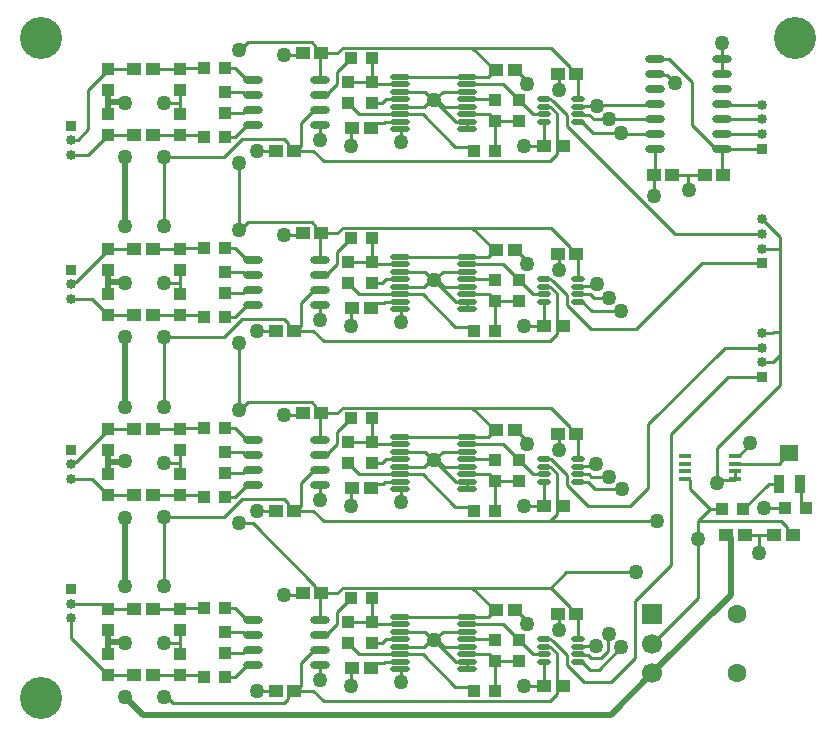
<source format=gbr>
%TF.GenerationSoftware,Altium Limited,Altium Designer,22.5.1 (42)*%
G04 Layer_Physical_Order=1*
G04 Layer_Color=255*
%FSLAX45Y45*%
%MOMM*%
%TF.SameCoordinates,176CDB2E-7B72-45DB-8ACB-ACD3A9543041*%
%TF.FilePolarity,Positive*%
%TF.FileFunction,Copper,L1,Top,Signal*%
%TF.Part,Single*%
G01*
G75*
%TA.AperFunction,SMDPad,CuDef*%
%ADD10O,1.65000X0.65000*%
%ADD11R,1.30000X1.10000*%
%ADD12R,1.04000X0.38000*%
%ADD13O,1.15000X0.50000*%
%ADD14O,1.65000X0.50000*%
%ADD15R,1.00000X1.05000*%
%ADD16R,1.05000X1.00000*%
%ADD17R,0.96520X1.60020*%
%ADD18R,1.49860X1.47320*%
%TA.AperFunction,Conductor*%
%ADD19C,0.25400*%
%ADD20C,0.50800*%
%TA.AperFunction,ComponentPad*%
%ADD21R,0.85000X0.85000*%
%ADD22C,0.85000*%
%ADD23R,1.70000X1.70000*%
%ADD24C,1.70000*%
%ADD25C,1.60000*%
%TA.AperFunction,ViaPad*%
%ADD26C,1.27000*%
%ADD27C,3.55600*%
D10*
X2678248Y590508D02*
D03*
Y717508D02*
D03*
Y844508D02*
D03*
Y971508D02*
D03*
X2113249Y590508D02*
D03*
Y717508D02*
D03*
Y844508D02*
D03*
Y971508D02*
D03*
X6082600Y4953000D02*
D03*
Y5080000D02*
D03*
Y5207000D02*
D03*
Y5334000D02*
D03*
Y5461000D02*
D03*
Y5588000D02*
D03*
Y5715000D02*
D03*
X5517600Y4953000D02*
D03*
Y5080000D02*
D03*
Y5207000D02*
D03*
Y5334000D02*
D03*
Y5461000D02*
D03*
Y5588000D02*
D03*
Y5715000D02*
D03*
X2678248Y3638508D02*
D03*
Y3765508D02*
D03*
Y3892508D02*
D03*
Y4019508D02*
D03*
X2113249Y3638508D02*
D03*
Y3765508D02*
D03*
Y3892508D02*
D03*
Y4019508D02*
D03*
Y5543508D02*
D03*
Y5416508D02*
D03*
Y5289508D02*
D03*
Y5162508D02*
D03*
X2678248Y5543508D02*
D03*
Y5416508D02*
D03*
Y5289508D02*
D03*
Y5162508D02*
D03*
Y2114508D02*
D03*
Y2241508D02*
D03*
Y2368508D02*
D03*
Y2495508D02*
D03*
X2113249Y2114508D02*
D03*
Y2241508D02*
D03*
Y2368508D02*
D03*
Y2495508D02*
D03*
D11*
X5504200Y4737100D02*
D03*
X5664200D02*
D03*
X6096000D02*
D03*
X5936000D02*
D03*
X6684000Y1689100D02*
D03*
X6524000D02*
D03*
X6117600D02*
D03*
X6277600D02*
D03*
X4170700Y4102100D02*
D03*
X4330700D02*
D03*
X3111500Y3606800D02*
D03*
X2951500D02*
D03*
X4851400Y4064000D02*
D03*
X4691400D02*
D03*
X4737100Y3454400D02*
D03*
X4577100D02*
D03*
X2692400Y4241800D02*
D03*
X2532400D02*
D03*
X2463800Y3416300D02*
D03*
X2303800D02*
D03*
X1269248Y3549608D02*
D03*
X1109248D02*
D03*
X1269248Y4108408D02*
D03*
X1109248D02*
D03*
X4170700Y1054100D02*
D03*
X4330700D02*
D03*
X3111500Y558800D02*
D03*
X2951500D02*
D03*
X4851400Y1016000D02*
D03*
X4691400D02*
D03*
X4737100Y406400D02*
D03*
X4577100D02*
D03*
X2692400Y1193800D02*
D03*
X2532400D02*
D03*
X2463800Y368300D02*
D03*
X2303800D02*
D03*
X1269248Y501608D02*
D03*
X1109248D02*
D03*
X1269248Y1060408D02*
D03*
X1109248D02*
D03*
X4170700Y5626100D02*
D03*
X4330700D02*
D03*
X3111500Y5130800D02*
D03*
X2951500D02*
D03*
X4851400Y5588000D02*
D03*
X4691400D02*
D03*
X4737100Y4978400D02*
D03*
X4577100D02*
D03*
X2692400Y5765800D02*
D03*
X2532400D02*
D03*
X2463800Y4940300D02*
D03*
X2303800D02*
D03*
X1269248Y5073608D02*
D03*
X1109248D02*
D03*
X1269248Y5632408D02*
D03*
X1109248D02*
D03*
Y2584408D02*
D03*
X1269248D02*
D03*
X1109248Y2025608D02*
D03*
X1269248D02*
D03*
X2303800Y1892300D02*
D03*
X2463800D02*
D03*
X2532400Y2717800D02*
D03*
X2692400D02*
D03*
X4577100Y1930400D02*
D03*
X4737100D02*
D03*
X4691400Y2540000D02*
D03*
X4851400D02*
D03*
X2951500Y2082800D02*
D03*
X3111500D02*
D03*
X4330700Y2578100D02*
D03*
X4170700D02*
D03*
D12*
X5769700Y2358100D02*
D03*
Y2293100D02*
D03*
Y2228100D02*
D03*
Y2163100D02*
D03*
X6193700Y2358100D02*
D03*
Y2293100D02*
D03*
Y2228100D02*
D03*
Y2163100D02*
D03*
D13*
X4573100Y3856700D02*
D03*
Y3791700D02*
D03*
Y3726700D02*
D03*
Y3661700D02*
D03*
X4868100Y3856700D02*
D03*
Y3791700D02*
D03*
Y3726700D02*
D03*
Y3661700D02*
D03*
X4573100Y808700D02*
D03*
Y743700D02*
D03*
Y678700D02*
D03*
Y613700D02*
D03*
X4868100Y808700D02*
D03*
Y743700D02*
D03*
Y678700D02*
D03*
Y613700D02*
D03*
X4573100Y5380700D02*
D03*
Y5315700D02*
D03*
Y5250700D02*
D03*
Y5185700D02*
D03*
X4868100Y5380700D02*
D03*
Y5315700D02*
D03*
Y5250700D02*
D03*
Y5185700D02*
D03*
Y2137700D02*
D03*
Y2202700D02*
D03*
Y2267700D02*
D03*
Y2332700D02*
D03*
X4573100Y2137700D02*
D03*
Y2202700D02*
D03*
Y2267700D02*
D03*
Y2332700D02*
D03*
D14*
X3358600Y4044950D02*
D03*
Y3981450D02*
D03*
Y3917950D02*
D03*
Y3854450D02*
D03*
Y3790950D02*
D03*
Y3727450D02*
D03*
Y3663950D02*
D03*
Y3600450D02*
D03*
X3923600Y4044950D02*
D03*
Y3981450D02*
D03*
Y3917950D02*
D03*
Y3854450D02*
D03*
Y3790950D02*
D03*
Y3727450D02*
D03*
Y3663950D02*
D03*
Y3600450D02*
D03*
X3358600Y996950D02*
D03*
Y933450D02*
D03*
Y869950D02*
D03*
Y806450D02*
D03*
Y742950D02*
D03*
Y679450D02*
D03*
Y615950D02*
D03*
Y552450D02*
D03*
X3923600Y996950D02*
D03*
Y933450D02*
D03*
Y869950D02*
D03*
Y806450D02*
D03*
Y742950D02*
D03*
Y679450D02*
D03*
Y615950D02*
D03*
Y552450D02*
D03*
X3358600Y5568950D02*
D03*
Y5505450D02*
D03*
Y5441950D02*
D03*
Y5378450D02*
D03*
Y5314950D02*
D03*
Y5251450D02*
D03*
Y5187950D02*
D03*
Y5124450D02*
D03*
X3923600Y5568950D02*
D03*
Y5505450D02*
D03*
Y5441950D02*
D03*
Y5378450D02*
D03*
Y5314950D02*
D03*
Y5251450D02*
D03*
Y5187950D02*
D03*
Y5124450D02*
D03*
Y2076450D02*
D03*
Y2139950D02*
D03*
Y2203450D02*
D03*
Y2266950D02*
D03*
Y2330450D02*
D03*
Y2393950D02*
D03*
Y2457450D02*
D03*
Y2520950D02*
D03*
X3358600Y2076450D02*
D03*
Y2139950D02*
D03*
Y2203450D02*
D03*
Y2266950D02*
D03*
Y2330450D02*
D03*
Y2393950D02*
D03*
Y2457450D02*
D03*
Y2520950D02*
D03*
D15*
X2917200Y3824100D02*
D03*
Y3999100D02*
D03*
X4161800Y3846700D02*
D03*
Y3671700D02*
D03*
X3120400Y3999100D02*
D03*
Y3824100D02*
D03*
X4365000Y3846700D02*
D03*
Y3671700D02*
D03*
X1875049Y3916508D02*
D03*
Y3741508D02*
D03*
X1494049Y3726008D02*
D03*
Y3551008D02*
D03*
X884449Y3726008D02*
D03*
Y3551008D02*
D03*
X1494049Y3932008D02*
D03*
Y4107008D02*
D03*
X884449Y3932008D02*
D03*
Y4107008D02*
D03*
X2917200Y776100D02*
D03*
Y951100D02*
D03*
X4161800Y798700D02*
D03*
Y623700D02*
D03*
X3120400Y951100D02*
D03*
Y776100D02*
D03*
X4365000Y798700D02*
D03*
Y623700D02*
D03*
X1875049Y868508D02*
D03*
Y693508D02*
D03*
X1494049Y678008D02*
D03*
Y503008D02*
D03*
X884449Y678008D02*
D03*
Y503008D02*
D03*
X1494049Y884008D02*
D03*
Y1059008D02*
D03*
X884449Y884008D02*
D03*
Y1059008D02*
D03*
X2917200Y5348100D02*
D03*
Y5523100D02*
D03*
X4161800Y5370700D02*
D03*
Y5195700D02*
D03*
X3120400Y5523100D02*
D03*
Y5348100D02*
D03*
X4365000Y5370700D02*
D03*
Y5195700D02*
D03*
X1875049Y5440508D02*
D03*
Y5265508D02*
D03*
X1494049Y5250008D02*
D03*
Y5075008D02*
D03*
X884449Y5250008D02*
D03*
Y5075008D02*
D03*
X1494049Y5456008D02*
D03*
Y5631008D02*
D03*
X884449Y5456008D02*
D03*
Y5631008D02*
D03*
Y2583008D02*
D03*
Y2408008D02*
D03*
X1494049Y2583008D02*
D03*
Y2408008D02*
D03*
X884449Y2027008D02*
D03*
Y2202008D02*
D03*
X1494049Y2027008D02*
D03*
Y2202008D02*
D03*
X1875049Y2217508D02*
D03*
Y2392508D02*
D03*
X4365000Y2147700D02*
D03*
Y2322700D02*
D03*
X3120400Y2300100D02*
D03*
Y2475100D02*
D03*
X4161800Y2147700D02*
D03*
Y2322700D02*
D03*
X2917200Y2475100D02*
D03*
Y2300100D02*
D03*
D16*
X4160400Y3416300D02*
D03*
X3985400D02*
D03*
X2944000Y4203700D02*
D03*
X3119000D02*
D03*
X1698649Y3536908D02*
D03*
X1873649D02*
D03*
X1698649Y4121108D02*
D03*
X1873649D02*
D03*
X3985400Y368300D02*
D03*
X4160400D02*
D03*
X6618100Y1917700D02*
D03*
X6793100D02*
D03*
X6259700Y1905000D02*
D03*
X6084700D02*
D03*
X3985400Y4940300D02*
D03*
X4160400D02*
D03*
X2944000Y1155700D02*
D03*
X3119000D02*
D03*
X1698649Y488908D02*
D03*
X1873649D02*
D03*
X1698649Y1073108D02*
D03*
X1873649D02*
D03*
X2944000Y5727700D02*
D03*
X3119000D02*
D03*
X1698649Y5060908D02*
D03*
X1873649D02*
D03*
X1698649Y5645108D02*
D03*
X1873649D02*
D03*
Y2597108D02*
D03*
X1698649D02*
D03*
X1873649Y2012908D02*
D03*
X1698649D02*
D03*
X3119000Y2679700D02*
D03*
X2944000D02*
D03*
X3985400Y1892300D02*
D03*
X4160400D02*
D03*
D17*
X6741795Y2122170D02*
D03*
X6567805D02*
D03*
D18*
X6654800Y2379980D02*
D03*
D19*
X4624782Y1804200D02*
X5536400D01*
X5537200Y1803400D01*
X5346700Y1130300D02*
X5651500Y1435100D01*
X5144744Y445744D02*
X5346700Y647700D01*
Y1130300D01*
X5492300Y766000D02*
X5880100Y1153800D01*
Y1803400D01*
X5651500Y1435100D02*
Y2540000D01*
X4914319Y445744D02*
X5144744D01*
X4968200Y546100D02*
X5041900D01*
X5232400Y736600D01*
X4637482Y1243800D02*
X4765282Y1371600D01*
X5359400D01*
X4772500Y587563D02*
X4914319Y445744D01*
X5118100Y844955D02*
X5127194Y854050D01*
X5058584Y647700D02*
X5118100Y707216D01*
Y844955D01*
X4974416Y647700D02*
X5058584D01*
X4870000Y676800D02*
X4945316D01*
X4868100Y678700D02*
X4870000Y676800D01*
X5013700Y746500D02*
X5016500Y749300D01*
X4945316Y676800D02*
X4974416Y647700D01*
X4911964Y746500D02*
X5013700D01*
X4900600Y613700D02*
X4968200Y546100D01*
X4772500Y587563D02*
Y672879D01*
X4862763Y808700D02*
X4868100Y814036D01*
X5689600Y5511800D02*
X5689600D01*
X5617758Y5583642D02*
X5689600Y5511800D01*
X5517600Y5588000D02*
X5521958Y5583642D01*
X5617758D01*
X577693Y5035393D02*
X628493D01*
X715026Y5121926D01*
Y5459086D01*
X571500Y5029200D02*
X577693Y5035393D01*
X571500Y818457D02*
X884449Y505508D01*
X571500Y818457D02*
Y981900D01*
X884449Y503008D02*
Y505508D01*
X839057Y1106900D02*
X884449Y1061508D01*
X571500Y1106900D02*
X839057D01*
X884449Y1059008D02*
Y1061508D01*
X715026Y5459086D02*
X884449Y5628508D01*
Y5631008D01*
Y5072509D02*
Y5075008D01*
X571500Y4904200D02*
X716140D01*
X884449Y5072509D01*
X5238750Y5086350D02*
X5511250D01*
X5232400Y5092700D02*
X5238750Y5086350D01*
X5511250D02*
X5517600Y5080000D01*
X5130800Y5207000D02*
X5517600D01*
X5511250Y5327650D02*
X5517600Y5334000D01*
X5035550Y5327650D02*
X5511250D01*
X5029200Y5321300D02*
X5035550Y5327650D01*
X3111500Y2082800D02*
X3149600Y2120900D01*
X3215143D01*
X3234193Y2139950D01*
X3358600D01*
X6753300Y1955000D02*
Y2110665D01*
X6741795Y2122170D02*
X6753300Y2110665D01*
X4772500Y3635563D02*
X4979063Y3429000D01*
X5357531D02*
X5916331Y3987800D01*
X4979063Y3429000D02*
X5357531D01*
X5461000Y2082800D02*
Y2628900D01*
X4953663Y1930400D02*
X5308600D01*
X5461000Y2082800D01*
X4772500Y2111563D02*
X4953663Y1930400D01*
X5461000Y2628900D02*
X6106700Y3274600D01*
X5651500Y2540000D02*
X6136100Y3024600D01*
X6426200D01*
X6106700Y3274600D02*
X6426200D01*
X5008678Y2078296D02*
X5239505D01*
X4980900Y3581400D02*
X5232400D01*
X6578600Y3403600D02*
Y4112800D01*
X4772500Y5154916D02*
X5689616Y4237800D01*
X6426200D01*
X4772500Y5154916D02*
Y5244879D01*
X5504200Y4737100D02*
X5511800Y4729500D01*
Y4559300D02*
Y4729500D01*
X5828933Y5156667D02*
Y5524267D01*
X5517600Y5715000D02*
X5638200D01*
X5828933Y5524267D01*
X6426200Y4362800D02*
X6578600Y4210400D01*
Y4112800D02*
Y4210400D01*
X6515100Y3149600D02*
X6578600Y3213100D01*
Y2957233D02*
Y3213100D01*
X6516166Y4112800D02*
X6578600D01*
X6516166Y4112800D02*
X6516166Y4112800D01*
X6426200Y4112800D02*
X6516166D01*
X6518166Y3403600D02*
X6578600D01*
X6514166Y3399600D02*
X6518166Y3403600D01*
X6426200Y3399600D02*
X6514166D01*
X6578600Y3213100D02*
Y3403600D01*
X6426200Y3149600D02*
X6515100D01*
X6083300Y5715700D02*
Y5854700D01*
X6425200Y5333000D02*
X6426200Y5332000D01*
X6082600Y5715000D02*
X6083300Y5715700D01*
X6082600Y5334000D02*
X6083600Y5333000D01*
X6082600Y5207000D02*
X6426200D01*
X6082600Y5588000D02*
Y5715000D01*
X6083600Y5333000D02*
X6425200D01*
X5828933Y5156667D02*
X6032600Y4953000D01*
X4900600Y5185700D02*
X4993600Y5092700D01*
X6082600Y5080000D02*
X6083600Y5081000D01*
X6032600Y4953000D02*
X6082600D01*
Y4750500D02*
Y4953000D01*
Y4750500D02*
X6096000Y4737100D01*
X5800100D02*
X5936000D01*
X6083600Y5081000D02*
X6425200D01*
X6082600Y4953000D02*
X6422200D01*
X6425200Y5081000D02*
X6426200Y5082000D01*
X6422200Y4953000D02*
X6426200Y4957000D01*
X5517600Y4750500D02*
Y4953000D01*
X5504200Y4737100D02*
X5517600Y4750500D01*
X5800100Y4613900D02*
Y4737100D01*
X5664200D02*
X5800100D01*
Y4613900D02*
X5803900Y4610100D01*
X6044081Y2132481D02*
X6068382Y2156782D01*
X5809000Y2077700D02*
Y2156800D01*
X5802700Y2163100D02*
X5809000Y2156800D01*
X5769700Y2163100D02*
X5802700D01*
X5981700Y1905000D02*
X6084700D01*
X5809000Y2077700D02*
X5981700Y1905000D01*
X5880100Y1803400D02*
X5981700Y1905000D01*
X6479370Y2122170D02*
X6567805D01*
X6790600Y1917700D02*
X6793100D01*
X6438900D02*
X6618100D01*
X6262200Y1905000D02*
X6479370Y2122170D01*
X6753300Y1955000D02*
X6790600Y1917700D01*
X6674000Y1689100D02*
X6684000D01*
X6400800D02*
X6524000D01*
X6277600D02*
X6400800D01*
X6631700Y1731400D02*
X6674000Y1689100D01*
X6631700Y1731400D02*
Y1755282D01*
X6583582Y1803400D02*
X6631700Y1755282D01*
X5880100Y1803400D02*
X6583582D01*
X6187400Y2156800D02*
X6193700Y2163100D01*
X6154381Y2156782D02*
X6154400Y2156800D01*
X6068382Y2156782D02*
X6154381D01*
X6193700Y2163100D02*
Y2228100D01*
X6154400Y2156800D02*
X6187400D01*
X6259700Y1905000D02*
X6262200D01*
X6400800Y1536700D02*
Y1689100D01*
X6044081Y2132481D02*
Y2422714D01*
X6653530Y2379980D02*
X6654800D01*
X6193700Y2358100D02*
X6226700D01*
X6566650Y2293100D02*
X6653530Y2379980D01*
X6226700Y2358100D02*
X6324600Y2456000D01*
X6193700Y2293100D02*
X6566650D01*
X6324600Y2456000D02*
Y2463800D01*
X4911964Y5318500D02*
X5026400D01*
X4999816Y5207000D02*
X5130800D01*
X4868100Y5315700D02*
X4909163D01*
X4958016Y5248800D02*
X4999816Y5207000D01*
X4870000Y5248800D02*
X4958016D01*
X4909163Y5315700D02*
X4911964Y5318500D01*
X4968816Y3726700D02*
X4999816Y3695700D01*
X4909163Y743700D02*
X4911964Y746500D01*
X4870000Y2269600D02*
X4997769D01*
X4978920Y2179896D02*
X5123589D01*
X4956116Y2202700D02*
X4978920Y2179896D01*
X4997769Y2269600D02*
X5015331Y2287162D01*
X4949274Y2137700D02*
X5008678Y2078296D01*
X4900600Y3661700D02*
X4980900Y3581400D01*
X4993600Y5092700D02*
X5232400D01*
X5012800Y3793600D02*
X5029200Y3810000D01*
X4870000Y3793600D02*
X5012800D01*
X4868100Y3791700D02*
X4870000Y3793600D01*
X4868100Y2267700D02*
X4870000Y2269600D01*
X4868100Y613700D02*
X4900600D01*
X4999816Y3695700D02*
X5130800D01*
X1358900Y3822700D02*
X1494049D01*
X1492649Y4108408D02*
X1494049Y4107008D01*
Y3822700D02*
Y3932008D01*
Y4107008D02*
X1508149Y4121108D01*
X1698649D01*
X1873649D02*
X1964249D01*
X1875049Y3916508D02*
X2028533D01*
X1993900Y4267200D02*
X2002184D01*
X1964249Y4121108D02*
X2065849Y4019508D01*
X2002184Y4267200D02*
X2069884Y4334900D01*
X2028533Y3916508D02*
X2052533Y3892508D01*
X2065849Y4019508D02*
X2113249D01*
X2052533Y3892508D02*
X2113249D01*
X2146300Y3416300D02*
X2303800D01*
X2376082Y3517900D02*
X2411500Y3482482D01*
X2453800Y3416300D02*
X2463800D01*
X2473800D02*
X2516100Y3458600D01*
X2411500D02*
Y3482482D01*
Y3458600D02*
X2453800Y3416300D01*
X2519700Y4229100D02*
X2532400Y4241800D01*
X2613182Y4334900D02*
X2640100Y4307982D01*
Y4284100D02*
Y4307982D01*
Y4284100D02*
X2682400Y4241800D01*
X2678248Y4019508D02*
Y4227648D01*
X2692400Y4241800D01*
X2682400D02*
X2692400D01*
X2678248Y3892508D02*
X2728248D01*
X2692400Y4241800D02*
X2825719D01*
X2822692Y3986952D02*
Y4084891D01*
X2825719Y4241800D02*
X2875719Y4291800D01*
X2941500Y4203700D02*
X2944000D01*
X2917200Y3999100D02*
X3117600D01*
X2822692Y4084891D02*
X2941500Y4203700D01*
X3117600Y3999100D02*
X3119000Y4000500D01*
Y4203700D01*
X3120400Y3999100D02*
X3138050Y3981450D01*
X3208744Y3824100D02*
X3238694Y3854050D01*
X3138050Y3981450D02*
X3358600D01*
X3238694Y3854050D02*
X3358200D01*
X3358600Y3854450D01*
X2017082Y3517900D02*
X2376082D01*
X2069884Y4334900D02*
X2613182D01*
X2374900Y4229100D02*
X2519700D01*
X2728248Y3892508D02*
X2822692Y3986952D01*
X4233150Y3981050D02*
X4365000Y3849200D01*
X3971000Y4291800D02*
X4637482D01*
X4330700Y4102100D02*
X4340700D01*
X4434756Y4008044D01*
X4772500Y3635563D02*
Y3720879D01*
X4434756Y3985877D02*
Y4008044D01*
X4691400Y4064000D02*
X4701893Y4053507D01*
Y3929540D02*
Y4053507D01*
X4631737Y3789800D02*
X4684800Y3736737D01*
X4652779Y3840600D02*
X4772500Y3720879D01*
X4862763Y3856700D02*
X4868100Y3862036D01*
Y4047300D01*
Y3661700D02*
X4900600D01*
X884449Y4104508D02*
Y4107008D01*
X1107848D01*
X1109248Y4108408D01*
X1269248D02*
X1492649D01*
X571500Y3810509D02*
X587628D01*
X612567Y3832627D02*
X884449Y4104508D01*
X587628Y3810509D02*
X609746Y3832627D01*
X612567D01*
X2713016Y3328200D02*
X4624782D01*
X3358600Y3600450D02*
X3365500Y3593550D01*
Y3492500D02*
Y3593550D01*
X3358600Y3727450D02*
X3549607D01*
X3358600Y3790950D02*
X3560257D01*
X3617407Y3848100D01*
X3644900D01*
X3640916D02*
X3644900D01*
X3648884D02*
X3672393D01*
X3648884D02*
X3718734Y3917950D01*
X3549607Y3727450D02*
X3823457Y3453600D01*
X3672393Y3848100D02*
X3729543Y3790950D01*
X3644900Y3848100D02*
X3828650Y3664350D01*
X3729543Y3790950D02*
X3923600D01*
X3828650Y3664350D02*
X3923200D01*
X3823457Y3453600D02*
X3948100D01*
X3923200Y3664350D02*
X3923600Y3663950D01*
Y3600450D02*
Y3663950D01*
X3948100Y3453600D02*
X3985400Y3416300D01*
X3923600Y3727450D02*
X4108550D01*
X3923600Y3854450D02*
X4154050D01*
X4624782Y3328200D02*
X4684800Y3388218D01*
Y3412100D01*
X4108550Y3727450D02*
X4161800Y3674200D01*
X4154050Y3854450D02*
X4161800Y3846700D01*
X4160400Y3416300D02*
Y3670300D01*
X4161800Y3671700D01*
Y3674200D01*
Y3671700D02*
X4365000D01*
Y3844200D02*
Y3849200D01*
Y3844200D02*
X4480600Y3728600D01*
X4406900Y3454400D02*
X4577100D01*
X4480600Y3728600D02*
X4571200D01*
X4573100Y3726700D01*
Y3458400D02*
Y3661700D01*
Y3791700D02*
X4575000Y3789800D01*
X4573100Y3856700D02*
X4575000Y3854800D01*
X4573100Y3458400D02*
X4577100Y3454400D01*
X4575000Y3789800D02*
X4631737D01*
X4575000Y3854800D02*
X4632949D01*
X4647149Y3840600D01*
X4652779D01*
X4684800Y3412100D02*
X4727100Y3454400D01*
X2875719Y4291800D02*
X3971000D01*
X3358600Y3917950D02*
X3571066D01*
X3640916Y3848100D01*
X3718734Y3917950D02*
X3923600D01*
Y3981450D02*
X3924000Y3981050D01*
X4103550Y4044950D02*
X4160700Y4102100D01*
X3971000Y4291800D02*
X4160700Y4102100D01*
X3924000Y3981050D02*
X4233150D01*
X3358600Y4044950D02*
X4103550D01*
X2473800Y3416300D02*
X2624916D01*
X2516100Y3653360D02*
X2628248Y3765508D01*
X2678248D01*
X2679700Y3505200D02*
Y3637057D01*
X2917200Y3821600D02*
Y3824100D01*
X2946400Y3454400D02*
Y3601700D01*
X2951500Y3606800D01*
X2917200Y3821600D02*
X3011750Y3727050D01*
X3111500Y3606800D02*
X3153800Y3649100D01*
X3120400Y3824100D02*
X3208744D01*
X3011750Y3727050D02*
X3358200D01*
X3153800Y3649100D02*
X3219344D01*
X3234193Y3663950D01*
X3358600D01*
X3358200Y3727050D02*
X3358600Y3727450D01*
X2516100Y3458600D02*
Y3653360D01*
X2624916Y3416300D02*
X2713016Y3328200D01*
X2678248Y3638508D02*
X2679700Y3637057D01*
X884449Y3551008D02*
X1107848D01*
X571500Y3685509D02*
X752448D01*
X884449Y3553508D01*
Y3551008D02*
Y3553508D01*
X1269248Y3549608D02*
X1492649D01*
X1107848Y3551008D02*
X1109248Y3549608D01*
X1494049Y3726008D02*
Y3822700D01*
X1492649Y3549608D02*
X1494049Y3551008D01*
X1684549D01*
X1698649Y3536908D01*
X1358900Y3365500D02*
X1864682D01*
X2052533Y3765508D02*
X2113249D01*
X1873649Y3536908D02*
X1964249D01*
X1875049Y3741508D02*
X2028533D01*
X1964249Y3536908D02*
X2065849Y3638508D01*
X2028533Y3741508D02*
X2052533Y3765508D01*
X1864682Y3365500D02*
X2017082Y3517900D01*
X2065849Y3638508D02*
X2113249D01*
X4637482Y4291800D02*
X4799100Y4130182D01*
X4684800Y3496700D02*
Y3736737D01*
X4727100Y3454400D02*
X4737100D01*
X4841400Y4064000D02*
X4851400D01*
X4799100Y4106300D02*
Y4130182D01*
Y4106300D02*
X4841400Y4064000D01*
X5916331Y3987800D02*
X6426200D01*
X4868100Y3726700D02*
X4968816D01*
X4851400Y4064000D02*
X4868100Y4047300D01*
X4684800Y3496700D02*
X4727100Y3454400D01*
X2146300Y368300D02*
X2303800D01*
X609746Y2308627D02*
X612567D01*
X571500Y2286509D02*
X587628D01*
X609746Y2308627D01*
X612567D02*
X884449Y2580508D01*
X1993900Y1790700D02*
X2109382D01*
X3358600Y2520950D02*
X4103550D01*
X3358600Y996950D02*
X4103550D01*
X2682400Y1193800D02*
X2692400D01*
X2640100Y1236100D02*
X2682400Y1193800D01*
X2109382Y1790700D02*
X2640100Y1259982D01*
Y1236100D02*
Y1259982D01*
X6044081Y2422714D02*
X6578600Y2957233D01*
X4631737Y5313800D02*
X4684800Y5260737D01*
Y5020700D02*
X4727100Y4978400D01*
X2473800Y1892300D02*
X2624916D01*
X2713016Y1804200D01*
X4624782D01*
X4684800Y1864218D02*
Y1888100D01*
X4624782Y1804200D02*
X4684800Y1864218D01*
Y1888100D02*
X4727100Y1930400D01*
X4684800Y448700D02*
X4727100Y406400D01*
X4862763Y5380700D02*
X4868100Y5386036D01*
X4862763Y2332700D02*
X4868100Y2338036D01*
X3358600Y5568950D02*
X4103550D01*
X1993900Y2743200D02*
X2002184D01*
X2069884Y2810900D01*
X2613182D01*
X2640100Y2783982D01*
Y2760100D02*
Y2783982D01*
Y2760100D02*
X2682400Y2717800D01*
X2692400D01*
X1993900Y4267200D02*
Y4838700D01*
Y2743200D02*
Y3314700D01*
X1437193Y266700D02*
X2376082D01*
Y1993900D02*
X2411500Y1958482D01*
X2453800Y1892300D02*
X2463800D01*
X4727100Y4978400D02*
X4737100D01*
X2411500Y1934600D02*
X2453800Y1892300D01*
X2017082Y5041900D02*
X2376082D01*
X2017082Y1993900D02*
X2376082D01*
X4684800Y448700D02*
Y688737D01*
X4727100Y406400D02*
X4737100D01*
X1358900Y4889500D02*
X1864682D01*
X4631737Y2265800D02*
X4684800Y2212737D01*
X1358900Y1841500D02*
X1864682D01*
X1993900Y5791200D02*
X2002184D01*
X2069884Y5858900D01*
X2613181D01*
X2640100Y5808100D02*
X2682400Y5765800D01*
X2613181Y5858900D02*
X2640100Y5831982D01*
X2682400Y5765800D02*
X2692400D01*
X2640100Y5808100D02*
Y5831982D01*
X1864682Y4889500D02*
X2017082Y5041900D01*
X4684800Y1972700D02*
X4727100Y1930400D01*
X2453800Y4940300D02*
X2463800D01*
X2453800Y368300D02*
X2473800D01*
X4684800Y1972700D02*
Y2212737D01*
X2411500Y4982600D02*
X2453800Y4940300D01*
X2411500Y1934600D02*
Y1958482D01*
X1873649Y5060908D02*
X1964249D01*
X2065849Y5162508D01*
X4652779Y792600D02*
X4772500Y672879D01*
X4638579Y2330800D02*
X4772500Y2196879D01*
Y2111563D02*
Y2196879D01*
X4647149Y792600D02*
X4652779D01*
X4632949Y806800D02*
X4647149Y792600D01*
X4573100Y808700D02*
X4575000Y806800D01*
X4701893Y881540D02*
Y1005507D01*
X4691400Y1016000D02*
X4701893Y1005507D01*
X4575000Y806800D02*
X4632949D01*
X4868100Y814036D02*
Y999300D01*
X4851400Y1016000D02*
X4868100Y999300D01*
X4841400Y1016000D02*
X4851400D01*
X4691400Y2540000D02*
X4706664Y2524736D01*
Y2409022D02*
Y2524736D01*
X4575000Y2330800D02*
X4638579D01*
X4573100Y2332700D02*
X4575000Y2330800D01*
X4647645Y5364600D02*
X4652779D01*
X4575000Y5378800D02*
X4633445D01*
X4652779Y5364600D02*
X4772500Y5244879D01*
X4573100Y5380700D02*
X4575000Y5378800D01*
X4691400Y5588000D02*
X4703020Y5576380D01*
X4633445Y5378800D02*
X4647645Y5364600D01*
X4703020Y5452908D02*
Y5576380D01*
X4684800Y5020700D02*
Y5260737D01*
X4868100Y5185700D02*
X4900600D01*
X4631737Y741800D02*
X4684800Y688737D01*
X4575000Y5313800D02*
X4631737D01*
X4868100Y2137700D02*
X4949274D01*
X4868100Y2202700D02*
X4956116D01*
X4868100Y743700D02*
X4909163D01*
X4868100Y5250700D02*
X4870000Y5248800D01*
X2946400Y406400D02*
Y553700D01*
X1358900Y4305300D02*
Y4889500D01*
Y1257300D02*
Y1841500D01*
Y2768600D02*
Y3365500D01*
X1494049Y678008D02*
Y774700D01*
Y884008D01*
X1358900Y774700D02*
X1494049D01*
Y2202008D02*
Y2298700D01*
Y2408008D01*
X1358900Y2298700D02*
X1494049D01*
Y5250008D02*
Y5346700D01*
Y5456008D01*
X1358900Y5346700D02*
X1494049D01*
X752448Y2161509D02*
X884449Y2029508D01*
X571500Y2161509D02*
X752448D01*
X884449Y2027008D02*
Y2029508D01*
Y2580508D02*
Y2583008D01*
X3117600Y951100D02*
X3119000Y952500D01*
X2822692Y938952D02*
Y1036891D01*
X3119000Y952500D02*
Y1155700D01*
X2678248Y971508D02*
Y1179648D01*
X2822692Y1036891D02*
X2941500Y1155700D01*
X2944000D01*
X2678248Y1179648D02*
X2692400Y1193800D01*
X2825719D01*
X2875719Y1243800D01*
X1269248Y501608D02*
X1492649D01*
X1107848Y503008D02*
X1109248Y501608D01*
X884449Y503008D02*
X1107848D01*
X884449Y1059008D02*
X1107848D01*
X1109248Y1060408D01*
X1269248D02*
X1492649D01*
X2376082Y266700D02*
X2411500Y302118D01*
X1386393Y317500D02*
X1437193Y266700D01*
X2411500Y302118D02*
Y326000D01*
X2453800Y368300D01*
X1873649Y488908D02*
X1964249D01*
X1684549Y503008D02*
X1698649Y488908D01*
X2065849Y590508D02*
X2113249D01*
X1492649Y501608D02*
X1494049Y503008D01*
X1684549D01*
X1964249Y488908D02*
X2065849Y590508D01*
X1875049Y693508D02*
X2028533D01*
X2052533Y717508D01*
X2113249D01*
X2624916Y368300D02*
X2713016Y280200D01*
X2473800Y368300D02*
X2624916D01*
X2473800D02*
X2516100Y410600D01*
Y605360D01*
X2679700Y457200D02*
Y589057D01*
X3358600Y552450D02*
X3365500Y545550D01*
X2946400Y553700D02*
X2951500Y558800D01*
X3111500D02*
X3153800Y601100D01*
X2678248Y590508D02*
X2679700Y589057D01*
X3153800Y601100D02*
X3219344D01*
X3234193Y615950D01*
X3358600D01*
X2516100Y605360D02*
X2628248Y717508D01*
X3011750Y679050D02*
X3358200D01*
X3358600Y679450D01*
X2628248Y717508D02*
X2678248D01*
X2917200Y773600D02*
X3011750Y679050D01*
X2917200Y773600D02*
Y776100D01*
X3120400D02*
X3208744D01*
X2065849Y971508D02*
X2113249D01*
X2052533Y844508D02*
X2113249D01*
X2028533Y868508D02*
X2052533Y844508D01*
X1875049Y868508D02*
X2028533D01*
X1964249Y1073108D02*
X2065849Y971508D01*
X1494049Y1059008D02*
X1508149Y1073108D01*
X1698649D01*
X1873649D02*
X1964249D01*
X2374900Y1181100D02*
X2519700D01*
X2532400Y1193800D01*
X3208744Y776100D02*
X3238694Y806050D01*
X3358200D01*
X3358600Y806450D01*
X2678248Y844508D02*
X2728248D01*
X2822692Y938952D01*
X3138050Y933450D02*
X3358600D01*
X3120400Y951100D02*
X3138050Y933450D01*
X2917200Y951100D02*
X3117600D01*
X1358900Y317500D02*
X1386393D01*
X1492649Y1060408D02*
X1494049Y1059008D01*
X4624782Y280200D02*
X4684800Y340218D01*
Y364100D01*
X4406900Y406400D02*
X4577100D01*
X4573100Y410400D02*
X4577100Y406400D01*
X4573100Y410400D02*
Y613700D01*
X4571200Y680600D02*
X4573100Y678700D01*
X4480600Y680600D02*
X4571200D01*
X4575000Y741800D02*
X4631737D01*
X3358600Y742950D02*
X3560257D01*
X3823457Y405600D02*
X3948100D01*
X3365500Y444500D02*
Y545550D01*
X3549607Y679450D02*
X3823457Y405600D01*
X3923600Y552450D02*
Y615950D01*
X3923200Y616350D02*
X3923600Y615950D01*
X3828650Y616350D02*
X3923200D01*
X3358600Y679450D02*
X3549607D01*
X3644900Y800100D02*
X3828650Y616350D01*
X3729543Y742950D02*
X3923600D01*
X3648884Y800100D02*
X3672393D01*
X3617407D02*
X3644900D01*
X3640916D02*
X3644900D01*
X3648884D02*
X3718734Y869950D01*
X3571066D02*
X3640916Y800100D01*
X3358600Y869950D02*
X3571066D01*
X3718734D02*
X3923600D01*
X2875719Y1243800D02*
X3971000D01*
X3948100Y405600D02*
X3985400Y368300D01*
X4160400D02*
Y622300D01*
X4161800Y623700D01*
X4365000D01*
X4161800D02*
Y626200D01*
X4108550Y679450D02*
X4161800Y626200D01*
X3923600Y679450D02*
X4108550D01*
X4365000Y796200D02*
Y801200D01*
X4154050Y806450D02*
X4161800Y798700D01*
X3923600Y806450D02*
X4154050D01*
X4233150Y933050D02*
X4365000Y801200D01*
X3924000Y933050D02*
X4233150D01*
X3923600Y933450D02*
X3924000Y933050D01*
X4103550Y996950D02*
X4160700Y1054100D01*
X4330700D02*
X4340700D01*
X3971000Y1243800D02*
X4160700Y1054100D01*
X3971000Y1243800D02*
X4637482D01*
X4799100Y1058300D02*
X4841400Y1016000D01*
X4799100Y1058300D02*
Y1082182D01*
X4637482Y1243800D02*
X4799100Y1082182D01*
X4434756Y937877D02*
Y960044D01*
X4340700Y1054100D02*
X4434756Y960044D01*
X4684800Y364100D02*
X4727100Y406400D01*
X2376082Y5041900D02*
X2411500Y5006482D01*
X4573100Y743700D02*
X4575000Y741800D01*
X2713016Y280200D02*
X4624782D01*
X3672393Y800100D02*
X3729543Y742950D01*
X3560257D02*
X3617407Y800100D01*
X4365000Y796200D02*
X4480600Y680600D01*
X2052533Y5289508D02*
X2113249D01*
X2028533Y5265508D02*
X2052533Y5289508D01*
X1875049Y5265508D02*
X2028533D01*
X2052533Y5416508D02*
X2113249D01*
X1875049Y5440508D02*
X2028533D01*
X2052533Y5416508D01*
X2065849Y5543508D02*
X2113249D01*
X1964249Y5645108D02*
X2065849Y5543508D01*
X1508149Y5645108D02*
X1698649D01*
X2065849Y5162508D02*
X2113249D01*
X1684549Y5075008D02*
X1698649Y5060908D01*
X1494049Y5075008D02*
X1684549D01*
X1873649Y5645108D02*
X1964249D01*
X1492649Y5632408D02*
X1494049Y5631008D01*
X1269248Y5632408D02*
X1492649D01*
X1494049Y5631008D02*
X1508149Y5645108D01*
X1107848Y5631008D02*
X1109248Y5632408D01*
X1107848Y5075008D02*
X1109248Y5073608D01*
X1492649D02*
X1494049Y5075008D01*
X1269248Y5073608D02*
X1492649D01*
X2917200Y5345600D02*
X3011750Y5251050D01*
X3208744Y5348100D02*
X3238694Y5378050D01*
X3219344Y5173100D02*
X3234193Y5187950D01*
X2917200Y5345600D02*
Y5348100D01*
X3238694Y5378050D02*
X3358200D01*
X3120400Y5348100D02*
X3208744D01*
X3011750Y5251050D02*
X3358200D01*
X3234193Y5187950D02*
X3358600D01*
X3153800Y5173100D02*
X3219344D01*
X3365500Y5016500D02*
Y5117550D01*
X2946400Y4978400D02*
Y5125700D01*
X2951500Y5130800D01*
X3111500D02*
X3153800Y5173100D01*
X2678248Y5162508D02*
X2679700Y5161057D01*
Y5029200D02*
Y5161057D01*
X3948100Y4977600D02*
X3985400Y4940300D01*
X4160400D02*
Y5194300D01*
X4406900Y4978400D02*
X4577100D01*
X2713016Y4852200D02*
X4624782D01*
X3823457Y4977600D02*
X3948100D01*
X3549607Y5251450D02*
X3823457Y4977600D01*
X4480600Y5252600D02*
X4571200D01*
X4684800Y4936100D02*
X4727100Y4978400D01*
X4573100Y4982400D02*
X4577100Y4978400D01*
X4624782Y4852200D02*
X4684800Y4912218D01*
Y4936100D01*
X4573100Y4982400D02*
Y5185700D01*
X2628248Y5289508D02*
X2678248D01*
X2822692Y5510952D02*
Y5608892D01*
X2692400Y5765800D02*
X2825719D01*
X2678248Y5751648D02*
X2692400Y5765800D01*
X2822692Y5608892D02*
X2941500Y5727700D01*
X2678248Y5416508D02*
X2728248D01*
X2678248Y5543508D02*
Y5751648D01*
X2473800Y4940300D02*
X2516100Y4982600D01*
X2473800Y4940300D02*
X2624916D01*
X2516100Y5177360D02*
X2628248Y5289508D01*
X2519700Y5753100D02*
X2532400Y5765800D01*
X2374900Y5753100D02*
X2519700D01*
X2516100Y4982600D02*
Y5177360D01*
X4799100Y5630300D02*
Y5654182D01*
X4330700Y5626100D02*
X4340700D01*
X4103550Y5568950D02*
X4160700Y5626100D01*
X884449Y5631008D02*
X1107848D01*
X4851400Y5588000D02*
X4868100Y5571300D01*
Y5386036D02*
Y5571300D01*
X4841400Y5588000D02*
X4851400D01*
X4799100Y5630300D02*
X4841400Y5588000D01*
X4571200Y5252600D02*
X4573100Y5250700D01*
Y5315700D02*
X4575000Y5313800D01*
X4434756Y5509877D02*
Y5532044D01*
X2624916Y4940300D02*
X2713016Y4852200D01*
X2146300Y4940300D02*
X2303800D01*
X884449Y5075008D02*
X1107848D01*
X4637482Y5815800D02*
X4799100Y5654182D01*
X2825719Y5765800D02*
X2875719Y5815800D01*
X4340700Y5626100D02*
X4434756Y5532044D01*
X3971000Y5815800D02*
X4160700Y5626100D01*
X2875719Y5815800D02*
X3971000D01*
X2941500Y5727700D02*
X2944000D01*
X3971000Y5815800D02*
X4637482D01*
X2728248Y5416508D02*
X2822692Y5510952D01*
X3119000Y5524500D02*
Y5727700D01*
X3120400Y5523100D02*
X3138050Y5505450D01*
X2917200Y5523100D02*
X3117600D01*
X3119000Y5524500D01*
X3138050Y5505450D02*
X3358600D01*
X3617407Y5372100D02*
X3644900D01*
X3358600Y5314950D02*
X3560257D01*
X3648884Y5372100D02*
X3672393D01*
X3640916D02*
X3644900D01*
X3672393D02*
X3729543Y5314950D01*
X3644900Y5372100D02*
X3828650Y5188350D01*
X3560257Y5314950D02*
X3617407Y5372100D01*
X3358600Y5251450D02*
X3549607D01*
X3358200Y5251050D02*
X3358600Y5251450D01*
Y5124450D02*
X3365500Y5117550D01*
X4365000Y5368200D02*
Y5373200D01*
X4233150Y5505050D02*
X4365000Y5373200D01*
X3923600Y5505450D02*
X3924000Y5505050D01*
X4154050Y5378450D02*
X4161800Y5370700D01*
X3923600Y5378450D02*
X4154050D01*
X3924000Y5505050D02*
X4233150D01*
X3729543Y5314950D02*
X3923600D01*
X3718734Y5441950D02*
X3923600D01*
X3828650Y5188350D02*
X3923200D01*
X3923600Y5187950D01*
Y5124450D02*
Y5187950D01*
Y5251450D02*
X4108550D01*
X4365000Y5368200D02*
X4480600Y5252600D01*
X4161800Y5195700D02*
Y5198200D01*
X4160400Y5194300D02*
X4161800Y5195700D01*
X4108550Y5251450D02*
X4161800Y5198200D01*
Y5195700D02*
X4365000D01*
X3358200Y5378050D02*
X3358600Y5378450D01*
X3571066Y5441950D02*
X3640916Y5372100D01*
X3648884D02*
X3718734Y5441950D01*
X3358600D02*
X3571066D01*
X2146300Y1892300D02*
X2303800D01*
X2519700Y2705100D02*
X2532400Y2717800D01*
X2374900Y2705100D02*
X2519700D01*
X4406900Y1930400D02*
X4577100D01*
X4851400Y2540000D02*
X4868100Y2523300D01*
X4799100Y2582300D02*
Y2606182D01*
X2946400Y2077700D02*
X2951500Y2082800D01*
X2946400Y1930400D02*
Y2077700D01*
X4637482Y2767800D02*
X4799100Y2606182D01*
Y2582300D02*
X4841400Y2540000D01*
X3971000Y2767800D02*
X4637482D01*
X3971000D02*
X4160700Y2578100D01*
X2875719Y2767800D02*
X3971000D01*
X2825719Y2717800D02*
X2875719Y2767800D01*
X2692400Y2717800D02*
X2825719D01*
X4340700Y2578100D02*
X4434756Y2484044D01*
Y2461877D02*
Y2484044D01*
X4330700Y2578100D02*
X4340700D01*
X1107848Y2583008D02*
X1109248Y2584408D01*
X884449Y2583008D02*
X1107848D01*
X1492649Y2584408D02*
X1494049Y2583008D01*
X1508149Y2597108D01*
X1269248Y2584408D02*
X1492649D01*
X1508149Y2597108D02*
X1698649D01*
X884449Y2027008D02*
X1107848D01*
X1109248Y2025608D01*
X1492649D02*
X1494049Y2027008D01*
X1269248Y2025608D02*
X1492649D01*
X1494049Y2027008D02*
X1684549D01*
X1698649Y2012908D01*
X4365000Y2320200D02*
Y2325200D01*
X3117600Y2475100D02*
X3119000Y2476500D01*
Y2679700D01*
X4160400Y2146300D02*
X4161800Y2147700D01*
X4365000D01*
X4161800D02*
Y2150200D01*
X4160400Y1892300D02*
Y2146300D01*
X2917200Y2475100D02*
X3117600D01*
X2065849Y2495508D02*
X2113249D01*
X1964249Y2597108D02*
X2065849Y2495508D01*
X1873649Y2597108D02*
X1964249D01*
X2052533Y2368508D02*
X2113249D01*
X2028533Y2392508D02*
X2052533Y2368508D01*
X1875049Y2392508D02*
X2028533D01*
X2052533Y2241508D02*
X2113249D01*
X2028533Y2217508D02*
X2052533Y2241508D01*
X1875049Y2217508D02*
X2028533D01*
X2065849Y2114508D02*
X2113249D01*
X1964249Y2012908D02*
X2065849Y2114508D01*
X1873649Y2012908D02*
X1964249D01*
X2678248Y2495508D02*
Y2703648D01*
X2692400Y2717800D01*
X2941500Y2679700D02*
X2944000D01*
X2822692Y2560891D02*
X2941500Y2679700D01*
X2728248Y2368508D02*
X2822692Y2462952D01*
Y2560891D01*
X2678248Y2368508D02*
X2728248D01*
X2628248Y2241508D02*
X2678248D01*
X2516100Y2129360D02*
X2628248Y2241508D01*
X2516100Y1934600D02*
Y2129360D01*
X2473800Y1892300D02*
X2516100Y1934600D01*
X2678248Y2114508D02*
X2679700Y2113057D01*
Y1981200D02*
Y2113057D01*
X3120400Y2475100D02*
X3138050Y2457450D01*
X3358600D01*
X3358200Y2330050D02*
X3358600Y2330450D01*
X3238694Y2330050D02*
X3358200D01*
X3208744Y2300100D02*
X3238694Y2330050D01*
X3120400Y2300100D02*
X3208744D01*
X3358600Y2203450D02*
X3549607D01*
X3823457Y1929600D01*
X3358200Y2203050D02*
X3358600Y2203450D01*
X3948100Y1929600D02*
X3985400Y1892300D01*
X3823457Y1929600D02*
X3948100D01*
X2917200Y2297600D02*
X3011750Y2203050D01*
X2917200Y2297600D02*
Y2300100D01*
X3011750Y2203050D02*
X3358200D01*
X3365500Y1968500D02*
Y2069550D01*
X3358600Y2076450D02*
X3365500Y2069550D01*
X4103550Y2520950D02*
X4160700Y2578100D01*
X3924000Y2457050D02*
X4233150D01*
X3923600Y2457450D02*
X3924000Y2457050D01*
X4233150D02*
X4365000Y2325200D01*
X4154050Y2330450D02*
X4161800Y2322700D01*
X3923600Y2330450D02*
X4154050D01*
X3923600Y2203450D02*
X4108550D01*
X4161800Y2150200D01*
X3923200Y2140350D02*
X3923600Y2139950D01*
Y2076450D02*
Y2139950D01*
X3729543Y2266950D02*
X3923600D01*
X3718734Y2393950D02*
X3923600D01*
X3672393Y2324100D02*
X3729543Y2266950D01*
X3828650Y2140350D02*
X3923200D01*
X3648884Y2324100D02*
X3718734Y2393950D01*
X3640916Y2324100D02*
X3644900D01*
X3571066Y2393950D02*
X3640916Y2324100D01*
X3617407D02*
X3644900D01*
X3828650Y2140350D01*
X3560257Y2266950D02*
X3617407Y2324100D01*
X3648884D02*
X3672393D01*
X3358600Y2393950D02*
X3571066D01*
X3358600Y2266950D02*
X3560257D01*
X4575000Y2265800D02*
X4631737D01*
X4573100Y2267700D02*
X4575000Y2265800D01*
X4365000Y2320200D02*
X4480600Y2204600D01*
X4571200D01*
X4573100Y2202700D01*
Y1934400D02*
Y2137700D01*
Y1934400D02*
X4577100Y1930400D01*
X4841400Y2540000D02*
X4851400D01*
X4868100Y2338036D02*
Y2523300D01*
X2411500Y4982600D02*
Y5006482D01*
X4727100Y1930400D02*
X4737100D01*
X1864682Y1841500D02*
X2017082Y1993900D01*
D20*
X5492300Y516000D02*
X6157200Y1180900D01*
X1181100Y165100D02*
X5141400D01*
X5492300Y516000D01*
X6127600Y1689100D02*
X6157200Y1659500D01*
X6117600Y1689100D02*
X6127600D01*
X6157200Y1180900D02*
Y1659500D01*
X1022392Y3829008D02*
X1028700Y3822700D01*
X884449Y3829008D02*
X1022392D01*
X884449D02*
Y3932008D01*
Y3726008D02*
Y3829008D01*
X1028700Y2768600D02*
Y3365500D01*
Y1257300D02*
Y1828800D01*
Y317500D02*
X1181100Y165100D01*
X884449Y2305008D02*
Y2408008D01*
Y2202008D02*
Y2305008D01*
X1022308D01*
X1028700Y2311400D01*
X884449Y781008D02*
Y884008D01*
Y678008D02*
Y781008D01*
X1022392D01*
X1028700Y774700D01*
Y4305300D02*
Y4889500D01*
X884449Y5353008D02*
Y5456008D01*
Y5250008D02*
Y5353008D01*
X1022392D02*
X1028700Y5346700D01*
X884449Y5353008D02*
X1022392D01*
D21*
X6426200Y4957000D02*
D03*
X571500Y5154200D02*
D03*
Y3935509D02*
D03*
Y2411509D02*
D03*
Y1231900D02*
D03*
X6426200Y3987800D02*
D03*
Y3024600D02*
D03*
D22*
X571500Y4904200D02*
D03*
Y5029200D02*
D03*
Y3810509D02*
D03*
Y3685509D02*
D03*
Y2161509D02*
D03*
Y2286509D02*
D03*
Y1106900D02*
D03*
Y981900D02*
D03*
X6426200Y5332000D02*
D03*
Y5207000D02*
D03*
Y5082000D02*
D03*
Y4112800D02*
D03*
Y4237800D02*
D03*
Y4362800D02*
D03*
Y3399600D02*
D03*
Y3274600D02*
D03*
Y3149600D02*
D03*
D23*
X5492300Y1016000D02*
D03*
D24*
Y766000D02*
D03*
Y516000D02*
D03*
D25*
X6210300Y1016000D02*
D03*
Y516001D02*
D03*
D26*
X5537200Y1803400D02*
D03*
X5232400Y736600D02*
D03*
X5359400Y1371600D02*
D03*
X5127194Y854050D02*
D03*
X5016500Y749300D02*
D03*
X6324600Y2463800D02*
D03*
X6400800Y1536700D02*
D03*
X6044081Y2132481D02*
D03*
X5239505Y2078296D02*
D03*
X5232400Y3581400D02*
D03*
X5511800Y4559300D02*
D03*
X5803900Y4610100D02*
D03*
X6083300Y5854700D02*
D03*
X5689600Y5511800D02*
D03*
X5880100Y1651000D02*
D03*
X6438900Y1917700D02*
D03*
X5029200Y5321300D02*
D03*
X5130800Y5207000D02*
D03*
X5232400Y5092700D02*
D03*
X5123589Y2179896D02*
D03*
X5015331Y2287162D02*
D03*
X5130800Y3695700D02*
D03*
X5029200Y3810000D02*
D03*
X1028700Y3365500D02*
D03*
Y4305300D02*
D03*
Y3822700D02*
D03*
X1358900Y3365500D02*
D03*
Y3822700D02*
D03*
Y4305300D02*
D03*
X1993900Y3314700D02*
D03*
Y4267200D02*
D03*
X2146300Y3416300D02*
D03*
X2374900Y4229100D02*
D03*
X2679700Y3505200D02*
D03*
X2946400Y3454400D02*
D03*
X3365500Y3492500D02*
D03*
X4406900Y3454400D02*
D03*
X3644900Y3848100D02*
D03*
X4434756Y3985877D02*
D03*
X4701893Y3929540D02*
D03*
X2146300Y368300D02*
D03*
X1993900Y1790700D02*
D03*
Y2743200D02*
D03*
Y5791200D02*
D03*
Y4838700D02*
D03*
X4701893Y881540D02*
D03*
X4706664Y2409022D02*
D03*
X4703020Y5452908D02*
D03*
X1028700Y774700D02*
D03*
Y1257300D02*
D03*
Y2311400D02*
D03*
Y2768600D02*
D03*
Y1828800D02*
D03*
Y317500D02*
D03*
Y4889500D02*
D03*
Y5346700D02*
D03*
X2946400Y406400D02*
D03*
X1358900Y1257300D02*
D03*
Y2768600D02*
D03*
Y317500D02*
D03*
X2679700Y457200D02*
D03*
X1358900Y774700D02*
D03*
X2374900Y1181100D02*
D03*
X3365500Y444500D02*
D03*
X3644900Y800100D02*
D03*
X4406900Y406400D02*
D03*
X4434756Y937877D02*
D03*
Y5509877D02*
D03*
X3644900Y5372100D02*
D03*
X1358900Y5346700D02*
D03*
X3365500Y5016500D02*
D03*
X2946400Y4978400D02*
D03*
X2374900Y5753100D02*
D03*
X4406900Y4978400D02*
D03*
X1358900Y4889500D02*
D03*
X2146300Y4940300D02*
D03*
X2679700Y5029200D02*
D03*
X2146300Y1892300D02*
D03*
X2374900Y2705100D02*
D03*
X4406900Y1930400D02*
D03*
X2946400D02*
D03*
X4434756Y2461877D02*
D03*
X1358900Y2298700D02*
D03*
Y1841500D02*
D03*
X2679700Y1981200D02*
D03*
X3365500Y1968500D02*
D03*
X3644900Y2324100D02*
D03*
D27*
X317500Y5892800D02*
D03*
Y304800D02*
D03*
X6705600Y5892800D02*
D03*
%TF.MD5,64b1cad9ee65e3f06835b459a94f210f*%
M02*

</source>
